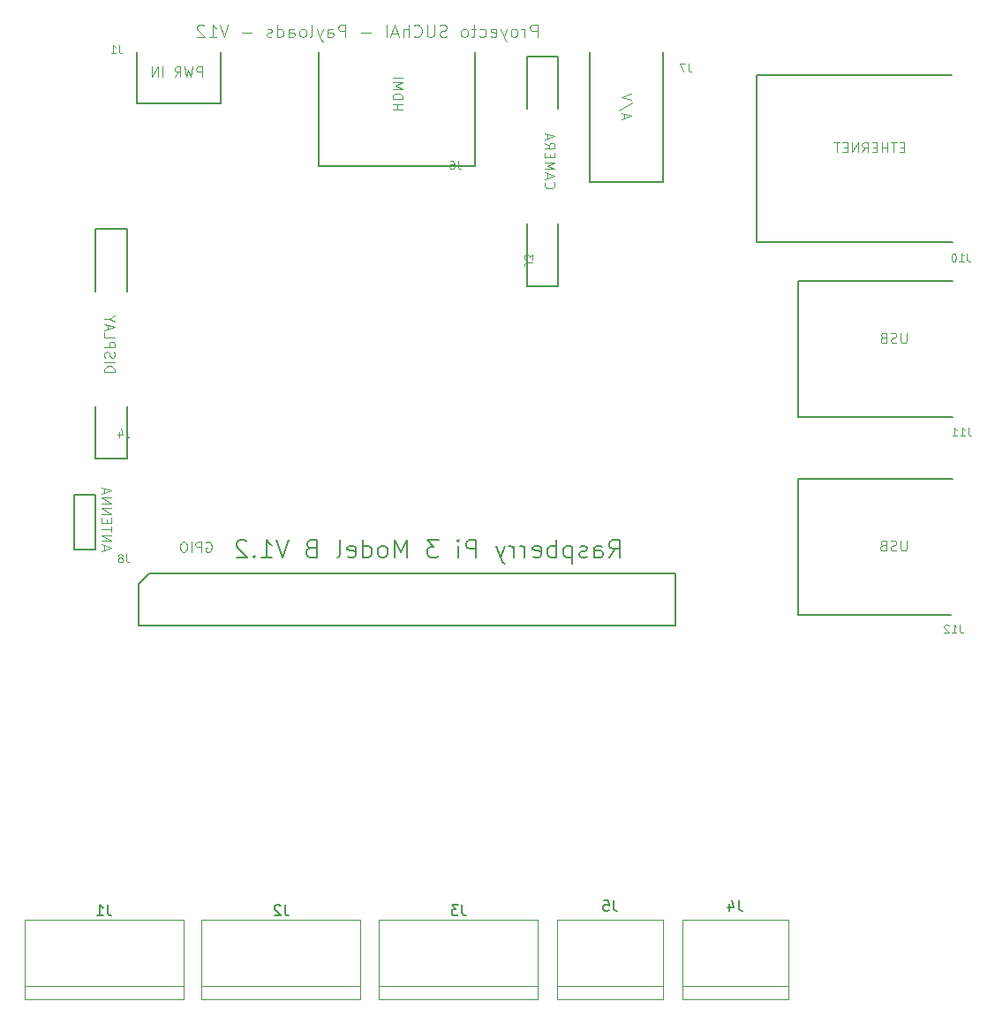
<source format=gbo>
G04 #@! TF.GenerationSoftware,KiCad,Pcbnew,no-vcs-found-0ee38bc~61~ubuntu17.04.1*
G04 #@! TF.CreationDate,2018-06-07T10:33:44-04:00*
G04 #@! TF.ProjectId,Balloon_bus,42616C6C6F6F6E5F6275732E6B696361,rev?*
G04 #@! TF.SameCoordinates,Original*
G04 #@! TF.FileFunction,Legend,Bot*
G04 #@! TF.FilePolarity,Positive*
%FSLAX46Y46*%
G04 Gerber Fmt 4.6, Leading zero omitted, Abs format (unit mm)*
G04 Created by KiCad (PCBNEW no-vcs-found-0ee38bc~61~ubuntu17.04.1) date Thu Jun  7 10:33:44 2018*
%MOMM*%
%LPD*%
G01*
G04 APERTURE LIST*
%ADD10C,0.101600*%
%ADD11C,0.120000*%
%ADD12C,0.127000*%
%ADD13C,0.150000*%
%ADD14C,0.081280*%
%ADD15C,0.142240*%
%ADD16C,0.065024*%
G04 APERTURE END LIST*
D10*
X161990798Y-57143347D02*
X161990798Y-55936847D01*
X161531179Y-55936847D01*
X161416274Y-55994300D01*
X161358821Y-56051752D01*
X161301369Y-56166657D01*
X161301369Y-56339014D01*
X161358821Y-56453919D01*
X161416274Y-56511371D01*
X161531179Y-56568823D01*
X161990798Y-56568823D01*
X160784298Y-57143347D02*
X160784298Y-56339014D01*
X160784298Y-56568823D02*
X160726845Y-56453919D01*
X160669393Y-56396466D01*
X160554488Y-56339014D01*
X160439583Y-56339014D01*
X159865060Y-57143347D02*
X159979964Y-57085895D01*
X160037417Y-57028442D01*
X160094869Y-56913538D01*
X160094869Y-56568823D01*
X160037417Y-56453919D01*
X159979964Y-56396466D01*
X159865060Y-56339014D01*
X159692702Y-56339014D01*
X159577798Y-56396466D01*
X159520345Y-56453919D01*
X159462893Y-56568823D01*
X159462893Y-56913538D01*
X159520345Y-57028442D01*
X159577798Y-57085895D01*
X159692702Y-57143347D01*
X159865060Y-57143347D01*
X159060726Y-56339014D02*
X158773464Y-57143347D01*
X158486202Y-56339014D02*
X158773464Y-57143347D01*
X158888369Y-57430609D01*
X158945821Y-57488061D01*
X159060726Y-57545514D01*
X157566964Y-57085895D02*
X157681869Y-57143347D01*
X157911679Y-57143347D01*
X158026583Y-57085895D01*
X158084036Y-56970990D01*
X158084036Y-56511371D01*
X158026583Y-56396466D01*
X157911679Y-56339014D01*
X157681869Y-56339014D01*
X157566964Y-56396466D01*
X157509512Y-56511371D01*
X157509512Y-56626276D01*
X158084036Y-56741180D01*
X156475369Y-57085895D02*
X156590274Y-57143347D01*
X156820083Y-57143347D01*
X156934988Y-57085895D01*
X156992440Y-57028442D01*
X157049893Y-56913538D01*
X157049893Y-56568823D01*
X156992440Y-56453919D01*
X156934988Y-56396466D01*
X156820083Y-56339014D01*
X156590274Y-56339014D01*
X156475369Y-56396466D01*
X156130655Y-56339014D02*
X155671036Y-56339014D01*
X155958298Y-55936847D02*
X155958298Y-56970990D01*
X155900845Y-57085895D01*
X155785940Y-57143347D01*
X155671036Y-57143347D01*
X155096512Y-57143347D02*
X155211417Y-57085895D01*
X155268869Y-57028442D01*
X155326321Y-56913538D01*
X155326321Y-56568823D01*
X155268869Y-56453919D01*
X155211417Y-56396466D01*
X155096512Y-56339014D01*
X154924155Y-56339014D01*
X154809250Y-56396466D01*
X154751798Y-56453919D01*
X154694345Y-56568823D01*
X154694345Y-56913538D01*
X154751798Y-57028442D01*
X154809250Y-57085895D01*
X154924155Y-57143347D01*
X155096512Y-57143347D01*
X153315488Y-57085895D02*
X153143131Y-57143347D01*
X152855869Y-57143347D01*
X152740964Y-57085895D01*
X152683512Y-57028442D01*
X152626060Y-56913538D01*
X152626060Y-56798633D01*
X152683512Y-56683728D01*
X152740964Y-56626276D01*
X152855869Y-56568823D01*
X153085679Y-56511371D01*
X153200583Y-56453919D01*
X153258036Y-56396466D01*
X153315488Y-56281561D01*
X153315488Y-56166657D01*
X153258036Y-56051752D01*
X153200583Y-55994300D01*
X153085679Y-55936847D01*
X152798417Y-55936847D01*
X152626060Y-55994300D01*
X152108988Y-55936847D02*
X152108988Y-56913538D01*
X152051536Y-57028442D01*
X151994083Y-57085895D01*
X151879179Y-57143347D01*
X151649369Y-57143347D01*
X151534464Y-57085895D01*
X151477012Y-57028442D01*
X151419560Y-56913538D01*
X151419560Y-55936847D01*
X150155607Y-57028442D02*
X150213060Y-57085895D01*
X150385417Y-57143347D01*
X150500321Y-57143347D01*
X150672679Y-57085895D01*
X150787583Y-56970990D01*
X150845036Y-56856085D01*
X150902488Y-56626276D01*
X150902488Y-56453919D01*
X150845036Y-56224109D01*
X150787583Y-56109204D01*
X150672679Y-55994300D01*
X150500321Y-55936847D01*
X150385417Y-55936847D01*
X150213060Y-55994300D01*
X150155607Y-56051752D01*
X149638536Y-57143347D02*
X149638536Y-55936847D01*
X149121464Y-57143347D02*
X149121464Y-56511371D01*
X149178917Y-56396466D01*
X149293821Y-56339014D01*
X149466179Y-56339014D01*
X149581083Y-56396466D01*
X149638536Y-56453919D01*
X148604393Y-56798633D02*
X148029869Y-56798633D01*
X148719298Y-57143347D02*
X148317131Y-55936847D01*
X147914964Y-57143347D01*
X147512798Y-57143347D02*
X147512798Y-55936847D01*
X146019036Y-56683728D02*
X145099798Y-56683728D01*
X143606036Y-57143347D02*
X143606036Y-55936847D01*
X143146417Y-55936847D01*
X143031512Y-55994300D01*
X142974060Y-56051752D01*
X142916607Y-56166657D01*
X142916607Y-56339014D01*
X142974060Y-56453919D01*
X143031512Y-56511371D01*
X143146417Y-56568823D01*
X143606036Y-56568823D01*
X141882464Y-57143347D02*
X141882464Y-56511371D01*
X141939917Y-56396466D01*
X142054821Y-56339014D01*
X142284631Y-56339014D01*
X142399536Y-56396466D01*
X141882464Y-57085895D02*
X141997369Y-57143347D01*
X142284631Y-57143347D01*
X142399536Y-57085895D01*
X142456988Y-56970990D01*
X142456988Y-56856085D01*
X142399536Y-56741180D01*
X142284631Y-56683728D01*
X141997369Y-56683728D01*
X141882464Y-56626276D01*
X141422845Y-56339014D02*
X141135583Y-57143347D01*
X140848321Y-56339014D02*
X141135583Y-57143347D01*
X141250488Y-57430609D01*
X141307940Y-57488061D01*
X141422845Y-57545514D01*
X140216345Y-57143347D02*
X140331250Y-57085895D01*
X140388702Y-56970990D01*
X140388702Y-55936847D01*
X139584369Y-57143347D02*
X139699274Y-57085895D01*
X139756726Y-57028442D01*
X139814179Y-56913538D01*
X139814179Y-56568823D01*
X139756726Y-56453919D01*
X139699274Y-56396466D01*
X139584369Y-56339014D01*
X139412012Y-56339014D01*
X139297107Y-56396466D01*
X139239655Y-56453919D01*
X139182202Y-56568823D01*
X139182202Y-56913538D01*
X139239655Y-57028442D01*
X139297107Y-57085895D01*
X139412012Y-57143347D01*
X139584369Y-57143347D01*
X138148060Y-57143347D02*
X138148060Y-56511371D01*
X138205512Y-56396466D01*
X138320417Y-56339014D01*
X138550226Y-56339014D01*
X138665131Y-56396466D01*
X138148060Y-57085895D02*
X138262964Y-57143347D01*
X138550226Y-57143347D01*
X138665131Y-57085895D01*
X138722583Y-56970990D01*
X138722583Y-56856085D01*
X138665131Y-56741180D01*
X138550226Y-56683728D01*
X138262964Y-56683728D01*
X138148060Y-56626276D01*
X137056464Y-57143347D02*
X137056464Y-55936847D01*
X137056464Y-57085895D02*
X137171369Y-57143347D01*
X137401179Y-57143347D01*
X137516083Y-57085895D01*
X137573536Y-57028442D01*
X137630988Y-56913538D01*
X137630988Y-56568823D01*
X137573536Y-56453919D01*
X137516083Y-56396466D01*
X137401179Y-56339014D01*
X137171369Y-56339014D01*
X137056464Y-56396466D01*
X136539393Y-57085895D02*
X136424488Y-57143347D01*
X136194679Y-57143347D01*
X136079774Y-57085895D01*
X136022321Y-56970990D01*
X136022321Y-56913538D01*
X136079774Y-56798633D01*
X136194679Y-56741180D01*
X136367036Y-56741180D01*
X136481940Y-56683728D01*
X136539393Y-56568823D01*
X136539393Y-56511371D01*
X136481940Y-56396466D01*
X136367036Y-56339014D01*
X136194679Y-56339014D01*
X136079774Y-56396466D01*
X134586012Y-56683728D02*
X133666774Y-56683728D01*
X132345369Y-55936847D02*
X131943202Y-57143347D01*
X131541036Y-55936847D01*
X130506893Y-57143347D02*
X131196321Y-57143347D01*
X130851607Y-57143347D02*
X130851607Y-55936847D01*
X130966512Y-56109204D01*
X131081417Y-56224109D01*
X131196321Y-56281561D01*
X130047274Y-56051752D02*
X129989821Y-55994300D01*
X129874917Y-55936847D01*
X129587655Y-55936847D01*
X129472750Y-55994300D01*
X129415298Y-56051752D01*
X129357845Y-56166657D01*
X129357845Y-56281561D01*
X129415298Y-56453919D01*
X130104726Y-57143347D01*
X129357845Y-57143347D01*
D11*
X186040000Y-149310000D02*
X175880000Y-149310000D01*
X186040000Y-141690000D02*
X186040000Y-149310000D01*
X175880000Y-141690000D02*
X186040000Y-141690000D01*
X175880000Y-149310000D02*
X175880000Y-141690000D01*
X175880000Y-148040000D02*
X186040000Y-148040000D01*
D12*
X117617800Y-106250000D02*
X117617800Y-101000000D01*
X119617800Y-106250000D02*
X117617800Y-106250000D01*
X119617800Y-101000000D02*
X119617800Y-106250000D01*
X117617800Y-101000000D02*
X119617800Y-101000000D01*
X187017800Y-99500000D02*
X201817800Y-99500000D01*
X187017800Y-112500000D02*
X187017800Y-99500000D01*
X201617800Y-112500000D02*
X187017800Y-112500000D01*
X187017800Y-93500000D02*
X201817800Y-93500000D01*
X187017800Y-80500000D02*
X187017800Y-93500000D01*
X201817800Y-80500000D02*
X187017800Y-80500000D01*
X183017800Y-76800000D02*
X201817800Y-76800000D01*
X183017800Y-60800000D02*
X183017800Y-76800000D01*
X201717800Y-60800000D02*
X183017800Y-60800000D01*
X174017800Y-71000000D02*
X174017800Y-58600000D01*
X167017800Y-71000000D02*
X174017800Y-71000000D01*
X167017800Y-58600000D02*
X167017800Y-71000000D01*
X161017800Y-81000000D02*
X161017800Y-75000000D01*
X164017800Y-81000000D02*
X161017800Y-81000000D01*
X164017800Y-75000000D02*
X164017800Y-81000000D01*
X161017800Y-59000000D02*
X161017800Y-64000000D01*
X164017800Y-59000000D02*
X161017800Y-59000000D01*
X164017800Y-64000000D02*
X164017800Y-59000000D01*
X156017800Y-69500000D02*
X156017800Y-58600000D01*
X141017800Y-69500000D02*
X156017800Y-69500000D01*
X141017800Y-58600000D02*
X141017800Y-69500000D01*
X131617800Y-63500000D02*
X131617800Y-58600000D01*
X123617800Y-63500000D02*
X131617800Y-63500000D01*
X123617800Y-58600000D02*
X123617800Y-63500000D01*
X122617800Y-75500000D02*
X122617800Y-81500000D01*
X119617800Y-75500000D02*
X122617800Y-75500000D01*
X119617800Y-81500000D02*
X119617800Y-75500000D01*
X122617800Y-97500000D02*
X122617800Y-92500000D01*
X119617800Y-97500000D02*
X122617800Y-97500000D01*
X119617800Y-92500000D02*
X119617800Y-97500000D01*
X175256800Y-108501800D02*
X175256800Y-113501800D01*
X124756800Y-108501800D02*
X175256800Y-108501800D01*
X123756800Y-109501800D02*
X124756800Y-108501800D01*
X123756800Y-113501800D02*
X123756800Y-109501800D01*
X175256800Y-113501800D02*
X123756800Y-113501800D01*
D11*
X128040000Y-149310000D02*
X128040000Y-141690000D01*
X112800000Y-149310000D02*
X112800000Y-141690000D01*
X128040000Y-148040000D02*
X112800000Y-148040000D01*
X128040000Y-141690000D02*
X112800000Y-141690000D01*
X128040000Y-149310000D02*
X112800000Y-149310000D01*
X145040000Y-149310000D02*
X129800000Y-149310000D01*
X145040000Y-141690000D02*
X129800000Y-141690000D01*
X145040000Y-148040000D02*
X129800000Y-148040000D01*
X129800000Y-149310000D02*
X129800000Y-141690000D01*
X145040000Y-149310000D02*
X145040000Y-141690000D01*
X162040000Y-149310000D02*
X162040000Y-141690000D01*
X146800000Y-149310000D02*
X146800000Y-141690000D01*
X162040000Y-148040000D02*
X146800000Y-148040000D01*
X162040000Y-141690000D02*
X146800000Y-141690000D01*
X162040000Y-149310000D02*
X146800000Y-149310000D01*
X174040000Y-149310000D02*
X163880000Y-149310000D01*
X174040000Y-141690000D02*
X174040000Y-149310000D01*
X163880000Y-141690000D02*
X174040000Y-141690000D01*
X163880000Y-149310000D02*
X163880000Y-141690000D01*
X163880000Y-148040000D02*
X174040000Y-148040000D01*
D13*
X181293333Y-139872380D02*
X181293333Y-140586666D01*
X181340952Y-140729523D01*
X181436190Y-140824761D01*
X181579047Y-140872380D01*
X181674285Y-140872380D01*
X180388571Y-140205714D02*
X180388571Y-140872380D01*
X180626666Y-139824761D02*
X180864761Y-140539047D01*
X180245714Y-140539047D01*
D14*
X120451033Y-106307420D02*
X120451033Y-105847801D01*
X120175261Y-106399344D02*
X121140461Y-106077610D01*
X120175261Y-105755877D01*
X120175261Y-105434144D02*
X121140461Y-105434144D01*
X120175261Y-104882601D01*
X121140461Y-104882601D01*
X121140461Y-104560868D02*
X121140461Y-104009325D01*
X120175261Y-104285096D02*
X121140461Y-104285096D01*
X120680842Y-103687591D02*
X120680842Y-103365858D01*
X120175261Y-103227972D02*
X120175261Y-103687591D01*
X121140461Y-103687591D01*
X121140461Y-103227972D01*
X120175261Y-102814315D02*
X121140461Y-102814315D01*
X120175261Y-102262772D01*
X121140461Y-102262772D01*
X120175261Y-101803153D02*
X121140461Y-101803153D01*
X120175261Y-101251610D01*
X121140461Y-101251610D01*
X120451033Y-100837953D02*
X120451033Y-100378334D01*
X120175261Y-100929877D02*
X121140461Y-100608144D01*
X120175261Y-100286410D01*
D15*
X168923377Y-106997066D02*
X169486410Y-106192733D01*
X169888577Y-106997066D02*
X169888577Y-105307966D01*
X169245110Y-105307966D01*
X169084244Y-105388400D01*
X169003810Y-105468833D01*
X168923377Y-105629700D01*
X168923377Y-105871000D01*
X169003810Y-106031866D01*
X169084244Y-106112300D01*
X169245110Y-106192733D01*
X169888577Y-106192733D01*
X167475577Y-106997066D02*
X167475577Y-106112300D01*
X167556010Y-105951433D01*
X167716877Y-105871000D01*
X168038610Y-105871000D01*
X168199477Y-105951433D01*
X167475577Y-106916633D02*
X167636444Y-106997066D01*
X168038610Y-106997066D01*
X168199477Y-106916633D01*
X168279910Y-106755766D01*
X168279910Y-106594900D01*
X168199477Y-106434033D01*
X168038610Y-106353600D01*
X167636444Y-106353600D01*
X167475577Y-106273166D01*
X166751677Y-106916633D02*
X166590810Y-106997066D01*
X166269077Y-106997066D01*
X166108210Y-106916633D01*
X166027777Y-106755766D01*
X166027777Y-106675333D01*
X166108210Y-106514466D01*
X166269077Y-106434033D01*
X166510377Y-106434033D01*
X166671244Y-106353600D01*
X166751677Y-106192733D01*
X166751677Y-106112300D01*
X166671244Y-105951433D01*
X166510377Y-105871000D01*
X166269077Y-105871000D01*
X166108210Y-105951433D01*
X165303877Y-105871000D02*
X165303877Y-107560100D01*
X165303877Y-105951433D02*
X165143010Y-105871000D01*
X164821277Y-105871000D01*
X164660410Y-105951433D01*
X164579977Y-106031866D01*
X164499544Y-106192733D01*
X164499544Y-106675333D01*
X164579977Y-106836200D01*
X164660410Y-106916633D01*
X164821277Y-106997066D01*
X165143010Y-106997066D01*
X165303877Y-106916633D01*
X163775644Y-106997066D02*
X163775644Y-105307966D01*
X163775644Y-105951433D02*
X163614777Y-105871000D01*
X163293044Y-105871000D01*
X163132177Y-105951433D01*
X163051744Y-106031866D01*
X162971310Y-106192733D01*
X162971310Y-106675333D01*
X163051744Y-106836200D01*
X163132177Y-106916633D01*
X163293044Y-106997066D01*
X163614777Y-106997066D01*
X163775644Y-106916633D01*
X161603944Y-106916633D02*
X161764810Y-106997066D01*
X162086544Y-106997066D01*
X162247410Y-106916633D01*
X162327844Y-106755766D01*
X162327844Y-106112300D01*
X162247410Y-105951433D01*
X162086544Y-105871000D01*
X161764810Y-105871000D01*
X161603944Y-105951433D01*
X161523510Y-106112300D01*
X161523510Y-106273166D01*
X162327844Y-106434033D01*
X160799610Y-106997066D02*
X160799610Y-105871000D01*
X160799610Y-106192733D02*
X160719177Y-106031866D01*
X160638744Y-105951433D01*
X160477877Y-105871000D01*
X160317010Y-105871000D01*
X159753977Y-106997066D02*
X159753977Y-105871000D01*
X159753977Y-106192733D02*
X159673544Y-106031866D01*
X159593110Y-105951433D01*
X159432244Y-105871000D01*
X159271377Y-105871000D01*
X158869210Y-105871000D02*
X158467044Y-106997066D01*
X158064877Y-105871000D02*
X158467044Y-106997066D01*
X158627910Y-107399233D01*
X158708344Y-107479666D01*
X158869210Y-107560100D01*
X156134477Y-106997066D02*
X156134477Y-105307966D01*
X155491010Y-105307966D01*
X155330144Y-105388400D01*
X155249710Y-105468833D01*
X155169277Y-105629700D01*
X155169277Y-105871000D01*
X155249710Y-106031866D01*
X155330144Y-106112300D01*
X155491010Y-106192733D01*
X156134477Y-106192733D01*
X154445377Y-106997066D02*
X154445377Y-105871000D01*
X154445377Y-105307966D02*
X154525810Y-105388400D01*
X154445377Y-105468833D01*
X154364944Y-105388400D01*
X154445377Y-105307966D01*
X154445377Y-105468833D01*
X152514977Y-105307966D02*
X151469344Y-105307966D01*
X152032377Y-105951433D01*
X151791077Y-105951433D01*
X151630210Y-106031866D01*
X151549777Y-106112300D01*
X151469344Y-106273166D01*
X151469344Y-106675333D01*
X151549777Y-106836200D01*
X151630210Y-106916633D01*
X151791077Y-106997066D01*
X152273677Y-106997066D01*
X152434544Y-106916633D01*
X152514977Y-106836200D01*
X149458510Y-106997066D02*
X149458510Y-105307966D01*
X148895477Y-106514466D01*
X148332444Y-105307966D01*
X148332444Y-106997066D01*
X147286810Y-106997066D02*
X147447677Y-106916633D01*
X147528110Y-106836200D01*
X147608544Y-106675333D01*
X147608544Y-106192733D01*
X147528110Y-106031866D01*
X147447677Y-105951433D01*
X147286810Y-105871000D01*
X147045510Y-105871000D01*
X146884644Y-105951433D01*
X146804210Y-106031866D01*
X146723777Y-106192733D01*
X146723777Y-106675333D01*
X146804210Y-106836200D01*
X146884644Y-106916633D01*
X147045510Y-106997066D01*
X147286810Y-106997066D01*
X145275977Y-106997066D02*
X145275977Y-105307966D01*
X145275977Y-106916633D02*
X145436844Y-106997066D01*
X145758577Y-106997066D01*
X145919444Y-106916633D01*
X145999877Y-106836200D01*
X146080310Y-106675333D01*
X146080310Y-106192733D01*
X145999877Y-106031866D01*
X145919444Y-105951433D01*
X145758577Y-105871000D01*
X145436844Y-105871000D01*
X145275977Y-105951433D01*
X143828177Y-106916633D02*
X143989044Y-106997066D01*
X144310777Y-106997066D01*
X144471644Y-106916633D01*
X144552077Y-106755766D01*
X144552077Y-106112300D01*
X144471644Y-105951433D01*
X144310777Y-105871000D01*
X143989044Y-105871000D01*
X143828177Y-105951433D01*
X143747744Y-106112300D01*
X143747744Y-106273166D01*
X144552077Y-106434033D01*
X142782544Y-106997066D02*
X142943410Y-106916633D01*
X143023844Y-106755766D01*
X143023844Y-105307966D01*
X140289110Y-106112300D02*
X140047810Y-106192733D01*
X139967377Y-106273166D01*
X139886944Y-106434033D01*
X139886944Y-106675333D01*
X139967377Y-106836200D01*
X140047810Y-106916633D01*
X140208677Y-106997066D01*
X140852144Y-106997066D01*
X140852144Y-105307966D01*
X140289110Y-105307966D01*
X140128244Y-105388400D01*
X140047810Y-105468833D01*
X139967377Y-105629700D01*
X139967377Y-105790566D01*
X140047810Y-105951433D01*
X140128244Y-106031866D01*
X140289110Y-106112300D01*
X140852144Y-106112300D01*
X138117410Y-105307966D02*
X137554377Y-106997066D01*
X136991344Y-105307966D01*
X135543544Y-106997066D02*
X136508744Y-106997066D01*
X136026144Y-106997066D02*
X136026144Y-105307966D01*
X136187010Y-105549266D01*
X136347877Y-105710133D01*
X136508744Y-105790566D01*
X134819644Y-106836200D02*
X134739210Y-106916633D01*
X134819644Y-106997066D01*
X134900077Y-106916633D01*
X134819644Y-106836200D01*
X134819644Y-106997066D01*
X134095744Y-105468833D02*
X134015310Y-105388400D01*
X133854444Y-105307966D01*
X133452277Y-105307966D01*
X133291410Y-105388400D01*
X133210977Y-105468833D01*
X133130544Y-105629700D01*
X133130544Y-105790566D01*
X133210977Y-106031866D01*
X134176177Y-106997066D01*
X133130544Y-106997066D01*
D16*
X122571069Y-94691070D02*
X122571069Y-95242613D01*
X122607839Y-95352921D01*
X122681378Y-95426460D01*
X122791686Y-95463230D01*
X122865225Y-95463230D01*
X121872448Y-94948457D02*
X121872448Y-95463230D01*
X122056296Y-94654300D02*
X122240143Y-95205843D01*
X121762140Y-95205843D01*
D14*
X197392858Y-105367838D02*
X197392858Y-106149190D01*
X197346896Y-106241114D01*
X197300934Y-106287076D01*
X197209010Y-106333038D01*
X197025163Y-106333038D01*
X196933239Y-106287076D01*
X196887277Y-106241114D01*
X196841315Y-106149190D01*
X196841315Y-105367838D01*
X196427658Y-106287076D02*
X196289772Y-106333038D01*
X196059963Y-106333038D01*
X195968039Y-106287076D01*
X195922077Y-106241114D01*
X195876115Y-106149190D01*
X195876115Y-106057266D01*
X195922077Y-105965342D01*
X195968039Y-105919380D01*
X196059963Y-105873419D01*
X196243810Y-105827457D01*
X196335734Y-105781495D01*
X196381696Y-105735533D01*
X196427658Y-105643609D01*
X196427658Y-105551685D01*
X196381696Y-105459761D01*
X196335734Y-105413800D01*
X196243810Y-105367838D01*
X196014001Y-105367838D01*
X195876115Y-105413800D01*
X195140725Y-105827457D02*
X195002839Y-105873419D01*
X194956877Y-105919380D01*
X194910915Y-106011304D01*
X194910915Y-106149190D01*
X194956877Y-106241114D01*
X195002839Y-106287076D01*
X195094763Y-106333038D01*
X195462458Y-106333038D01*
X195462458Y-105367838D01*
X195140725Y-105367838D01*
X195048801Y-105413800D01*
X195002839Y-105459761D01*
X194956877Y-105551685D01*
X194956877Y-105643609D01*
X195002839Y-105735533D01*
X195048801Y-105781495D01*
X195140725Y-105827457D01*
X195462458Y-105827457D01*
X197409622Y-85479638D02*
X197409622Y-86260990D01*
X197363660Y-86352914D01*
X197317698Y-86398876D01*
X197225774Y-86444838D01*
X197041927Y-86444838D01*
X196950003Y-86398876D01*
X196904041Y-86352914D01*
X196858079Y-86260990D01*
X196858079Y-85479638D01*
X196444422Y-86398876D02*
X196306536Y-86444838D01*
X196076727Y-86444838D01*
X195984803Y-86398876D01*
X195938841Y-86352914D01*
X195892879Y-86260990D01*
X195892879Y-86169066D01*
X195938841Y-86077142D01*
X195984803Y-86031180D01*
X196076727Y-85985219D01*
X196260574Y-85939257D01*
X196352498Y-85893295D01*
X196398460Y-85847333D01*
X196444422Y-85755409D01*
X196444422Y-85663485D01*
X196398460Y-85571561D01*
X196352498Y-85525600D01*
X196260574Y-85479638D01*
X196030765Y-85479638D01*
X195892879Y-85525600D01*
X195157489Y-85939257D02*
X195019603Y-85985219D01*
X194973641Y-86031180D01*
X194927679Y-86123104D01*
X194927679Y-86260990D01*
X194973641Y-86352914D01*
X195019603Y-86398876D01*
X195111527Y-86444838D01*
X195479222Y-86444838D01*
X195479222Y-85479638D01*
X195157489Y-85479638D01*
X195065565Y-85525600D01*
X195019603Y-85571561D01*
X194973641Y-85663485D01*
X194973641Y-85755409D01*
X195019603Y-85847333D01*
X195065565Y-85893295D01*
X195157489Y-85939257D01*
X195479222Y-85939257D01*
X197185255Y-67676657D02*
X196863522Y-67676657D01*
X196725636Y-68182238D02*
X197185255Y-68182238D01*
X197185255Y-67217038D01*
X196725636Y-67217038D01*
X196449865Y-67217038D02*
X195898322Y-67217038D01*
X196174093Y-68182238D02*
X196174093Y-67217038D01*
X195576589Y-68182238D02*
X195576589Y-67217038D01*
X195576589Y-67676657D02*
X195025046Y-67676657D01*
X195025046Y-68182238D02*
X195025046Y-67217038D01*
X194565427Y-67676657D02*
X194243693Y-67676657D01*
X194105808Y-68182238D02*
X194565427Y-68182238D01*
X194565427Y-67217038D01*
X194105808Y-67217038D01*
X193140608Y-68182238D02*
X193462341Y-67722619D01*
X193692151Y-68182238D02*
X193692151Y-67217038D01*
X193324455Y-67217038D01*
X193232532Y-67263000D01*
X193186570Y-67308961D01*
X193140608Y-67400885D01*
X193140608Y-67538771D01*
X193186570Y-67630695D01*
X193232532Y-67676657D01*
X193324455Y-67722619D01*
X193692151Y-67722619D01*
X192726951Y-68182238D02*
X192726951Y-67217038D01*
X192175408Y-68182238D01*
X192175408Y-67217038D01*
X191715789Y-67676657D02*
X191394055Y-67676657D01*
X191256170Y-68182238D02*
X191715789Y-68182238D01*
X191715789Y-67217038D01*
X191256170Y-67217038D01*
X190980398Y-67217038D02*
X190428855Y-67217038D01*
X190704627Y-68182238D02*
X190704627Y-67217038D01*
X170336633Y-64930820D02*
X170336633Y-64471201D01*
X170060861Y-65022744D02*
X171026061Y-64701010D01*
X170060861Y-64379277D01*
X171072023Y-63368115D02*
X169831052Y-64195429D01*
X171026061Y-63184268D02*
X170060861Y-62862534D01*
X171026061Y-62540801D01*
X162786785Y-71026215D02*
X162740823Y-71072177D01*
X162694861Y-71210063D01*
X162694861Y-71301987D01*
X162740823Y-71439872D01*
X162832747Y-71531796D01*
X162924671Y-71577758D01*
X163108519Y-71623720D01*
X163246404Y-71623720D01*
X163430252Y-71577758D01*
X163522176Y-71531796D01*
X163614100Y-71439872D01*
X163660061Y-71301987D01*
X163660061Y-71210063D01*
X163614100Y-71072177D01*
X163568138Y-71026215D01*
X162970633Y-70658520D02*
X162970633Y-70198901D01*
X162694861Y-70750444D02*
X163660061Y-70428710D01*
X162694861Y-70106977D01*
X162694861Y-69785244D02*
X163660061Y-69785244D01*
X162970633Y-69463510D01*
X163660061Y-69141777D01*
X162694861Y-69141777D01*
X163200442Y-68682158D02*
X163200442Y-68360425D01*
X162694861Y-68222539D02*
X162694861Y-68682158D01*
X163660061Y-68682158D01*
X163660061Y-68222539D01*
X162694861Y-67257339D02*
X163154480Y-67579072D01*
X162694861Y-67808882D02*
X163660061Y-67808882D01*
X163660061Y-67441187D01*
X163614100Y-67349263D01*
X163568138Y-67303301D01*
X163476214Y-67257339D01*
X163338328Y-67257339D01*
X163246404Y-67303301D01*
X163200442Y-67349263D01*
X163154480Y-67441187D01*
X163154480Y-67808882D01*
X162970633Y-66889644D02*
X162970633Y-66430025D01*
X162694861Y-66981568D02*
X163660061Y-66659834D01*
X162694861Y-66338101D01*
X148102561Y-64084758D02*
X149067761Y-64084758D01*
X148608142Y-64084758D02*
X148608142Y-63533215D01*
X148102561Y-63533215D02*
X149067761Y-63533215D01*
X148102561Y-63073596D02*
X149067761Y-63073596D01*
X149067761Y-62843787D01*
X149021800Y-62705901D01*
X148929876Y-62613977D01*
X148837952Y-62568015D01*
X148654104Y-62522053D01*
X148516219Y-62522053D01*
X148332371Y-62568015D01*
X148240447Y-62613977D01*
X148148523Y-62705901D01*
X148102561Y-62843787D01*
X148102561Y-63073596D01*
X148102561Y-62108396D02*
X149067761Y-62108396D01*
X148378333Y-61786663D01*
X149067761Y-61464929D01*
X148102561Y-61464929D01*
X148102561Y-61005310D02*
X149067761Y-61005310D01*
X129828858Y-60930538D02*
X129828858Y-59965338D01*
X129461163Y-59965338D01*
X129369239Y-60011300D01*
X129323277Y-60057261D01*
X129277315Y-60149185D01*
X129277315Y-60287071D01*
X129323277Y-60378995D01*
X129369239Y-60424957D01*
X129461163Y-60470919D01*
X129828858Y-60470919D01*
X128955582Y-59965338D02*
X128725772Y-60930538D01*
X128541925Y-60241109D01*
X128358077Y-60930538D01*
X128128268Y-59965338D01*
X127209029Y-60930538D02*
X127530763Y-60470919D01*
X127760572Y-60930538D02*
X127760572Y-59965338D01*
X127392877Y-59965338D01*
X127300953Y-60011300D01*
X127254991Y-60057261D01*
X127209029Y-60149185D01*
X127209029Y-60287071D01*
X127254991Y-60378995D01*
X127300953Y-60424957D01*
X127392877Y-60470919D01*
X127760572Y-60470919D01*
X126059982Y-60930538D02*
X126059982Y-59965338D01*
X125600363Y-60930538D02*
X125600363Y-59965338D01*
X125048820Y-60930538D01*
X125048820Y-59965338D01*
X120492761Y-89218058D02*
X121457961Y-89218058D01*
X121457961Y-88988248D01*
X121412000Y-88850363D01*
X121320076Y-88758439D01*
X121228152Y-88712477D01*
X121044304Y-88666515D01*
X120906419Y-88666515D01*
X120722571Y-88712477D01*
X120630647Y-88758439D01*
X120538723Y-88850363D01*
X120492761Y-88988248D01*
X120492761Y-89218058D01*
X120492761Y-88252858D02*
X121457961Y-88252858D01*
X120538723Y-87839201D02*
X120492761Y-87701315D01*
X120492761Y-87471506D01*
X120538723Y-87379582D01*
X120584685Y-87333620D01*
X120676609Y-87287658D01*
X120768533Y-87287658D01*
X120860457Y-87333620D01*
X120906419Y-87379582D01*
X120952380Y-87471506D01*
X120998342Y-87655353D01*
X121044304Y-87747277D01*
X121090266Y-87793239D01*
X121182190Y-87839201D01*
X121274114Y-87839201D01*
X121366038Y-87793239D01*
X121412000Y-87747277D01*
X121457961Y-87655353D01*
X121457961Y-87425544D01*
X121412000Y-87287658D01*
X120492761Y-86874001D02*
X121457961Y-86874001D01*
X121457961Y-86506306D01*
X121412000Y-86414382D01*
X121366038Y-86368420D01*
X121274114Y-86322458D01*
X121136228Y-86322458D01*
X121044304Y-86368420D01*
X120998342Y-86414382D01*
X120952380Y-86506306D01*
X120952380Y-86874001D01*
X120492761Y-85449182D02*
X120492761Y-85908801D01*
X121457961Y-85908801D01*
X120768533Y-85173410D02*
X120768533Y-84713791D01*
X120492761Y-85265334D02*
X121457961Y-84943601D01*
X120492761Y-84621868D01*
X120952380Y-84116287D02*
X120492761Y-84116287D01*
X121457961Y-84438020D02*
X120952380Y-84116287D01*
X121457961Y-83794553D01*
X130229577Y-105534800D02*
X130321501Y-105488838D01*
X130459387Y-105488838D01*
X130597272Y-105534800D01*
X130689196Y-105626723D01*
X130735158Y-105718647D01*
X130781120Y-105902495D01*
X130781120Y-106040380D01*
X130735158Y-106224228D01*
X130689196Y-106316152D01*
X130597272Y-106408076D01*
X130459387Y-106454038D01*
X130367463Y-106454038D01*
X130229577Y-106408076D01*
X130183615Y-106362114D01*
X130183615Y-106040380D01*
X130367463Y-106040380D01*
X129769958Y-106454038D02*
X129769958Y-105488838D01*
X129402263Y-105488838D01*
X129310339Y-105534800D01*
X129264377Y-105580761D01*
X129218415Y-105672685D01*
X129218415Y-105810571D01*
X129264377Y-105902495D01*
X129310339Y-105948457D01*
X129402263Y-105994419D01*
X129769958Y-105994419D01*
X128804758Y-106454038D02*
X128804758Y-105488838D01*
X128161291Y-105488838D02*
X127977444Y-105488838D01*
X127885520Y-105534800D01*
X127793596Y-105626723D01*
X127747634Y-105810571D01*
X127747634Y-106132304D01*
X127793596Y-106316152D01*
X127885520Y-106408076D01*
X127977444Y-106454038D01*
X128161291Y-106454038D01*
X128253215Y-106408076D01*
X128345139Y-106316152D01*
X128391101Y-106132304D01*
X128391101Y-105810571D01*
X128345139Y-105626723D01*
X128253215Y-105534800D01*
X128161291Y-105488838D01*
D16*
X202514694Y-113463230D02*
X202514694Y-114014773D01*
X202551463Y-114125081D01*
X202625002Y-114198620D01*
X202735311Y-114235390D01*
X202808850Y-114235390D01*
X201742534Y-114235390D02*
X202183768Y-114235390D01*
X201963151Y-114235390D02*
X201963151Y-113463230D01*
X202036690Y-113573539D01*
X202110229Y-113647078D01*
X202183768Y-113683847D01*
X201448377Y-113536769D02*
X201411608Y-113500000D01*
X201338069Y-113463230D01*
X201154221Y-113463230D01*
X201080682Y-113500000D01*
X201043913Y-113536769D01*
X201007143Y-113610308D01*
X201007143Y-113683847D01*
X201043913Y-113794156D01*
X201485147Y-114235390D01*
X201007143Y-114235390D01*
X203314694Y-94563230D02*
X203314694Y-95114773D01*
X203351463Y-95225081D01*
X203425002Y-95298620D01*
X203535311Y-95335390D01*
X203608850Y-95335390D01*
X202542534Y-95335390D02*
X202983768Y-95335390D01*
X202763151Y-95335390D02*
X202763151Y-94563230D01*
X202836690Y-94673539D01*
X202910229Y-94747078D01*
X202983768Y-94783847D01*
X201807143Y-95335390D02*
X202248377Y-95335390D01*
X202027760Y-95335390D02*
X202027760Y-94563230D01*
X202101299Y-94673539D01*
X202174838Y-94747078D01*
X202248377Y-94783847D01*
X203214694Y-77863230D02*
X203214694Y-78414773D01*
X203251463Y-78525081D01*
X203325002Y-78598620D01*
X203435311Y-78635390D01*
X203508850Y-78635390D01*
X202442534Y-78635390D02*
X202883768Y-78635390D01*
X202663151Y-78635390D02*
X202663151Y-77863230D01*
X202736690Y-77973539D01*
X202810229Y-78047078D01*
X202883768Y-78083847D01*
X201964530Y-77863230D02*
X201890991Y-77863230D01*
X201817452Y-77900000D01*
X201780682Y-77936769D01*
X201743913Y-78010308D01*
X201707143Y-78157386D01*
X201707143Y-78341234D01*
X201743913Y-78488312D01*
X201780682Y-78561851D01*
X201817452Y-78598620D01*
X201890991Y-78635390D01*
X201964530Y-78635390D01*
X202038069Y-78598620D01*
X202074838Y-78561851D01*
X202111608Y-78488312D01*
X202148377Y-78341234D01*
X202148377Y-78157386D01*
X202111608Y-78010308D01*
X202074838Y-77936769D01*
X202038069Y-77900000D01*
X201964530Y-77863230D01*
X176479303Y-59663230D02*
X176479303Y-60214773D01*
X176516073Y-60325081D01*
X176589612Y-60398620D01*
X176699920Y-60435390D01*
X176773459Y-60435390D01*
X176185147Y-59663230D02*
X175670374Y-59663230D01*
X176001299Y-60435390D01*
X161526729Y-78753269D02*
X160975186Y-78753269D01*
X160864878Y-78790039D01*
X160791339Y-78863578D01*
X160754569Y-78973886D01*
X160754569Y-79047425D01*
X161526729Y-78459113D02*
X161526729Y-77981109D01*
X161232573Y-78238496D01*
X161232573Y-78128187D01*
X161195803Y-78054648D01*
X161159034Y-78017879D01*
X161085495Y-77981109D01*
X160901647Y-77981109D01*
X160828108Y-78017879D01*
X160791339Y-78054648D01*
X160754569Y-78128187D01*
X160754569Y-78348804D01*
X160791339Y-78422343D01*
X160828108Y-78459113D01*
X154371069Y-68991070D02*
X154371069Y-69542613D01*
X154407839Y-69652921D01*
X154481378Y-69726460D01*
X154591686Y-69763230D01*
X154665225Y-69763230D01*
X153672448Y-68991070D02*
X153819526Y-68991070D01*
X153893065Y-69027840D01*
X153929835Y-69064609D01*
X154003374Y-69174918D01*
X154040143Y-69321996D01*
X154040143Y-69616152D01*
X154003374Y-69689691D01*
X153966604Y-69726460D01*
X153893065Y-69763230D01*
X153745987Y-69763230D01*
X153672448Y-69726460D01*
X153635679Y-69689691D01*
X153598909Y-69616152D01*
X153598909Y-69432304D01*
X153635679Y-69358765D01*
X153672448Y-69321996D01*
X153745987Y-69285226D01*
X153893065Y-69285226D01*
X153966604Y-69321996D01*
X154003374Y-69358765D01*
X154040143Y-69432304D01*
X121871069Y-57891070D02*
X121871069Y-58442613D01*
X121907839Y-58552921D01*
X121981378Y-58626460D01*
X122091686Y-58663230D01*
X122165225Y-58663230D01*
X121098909Y-58663230D02*
X121540143Y-58663230D01*
X121319526Y-58663230D02*
X121319526Y-57891070D01*
X121393065Y-58001379D01*
X121466604Y-58074918D01*
X121540143Y-58111687D01*
X122571069Y-106691070D02*
X122571069Y-107242613D01*
X122607839Y-107352921D01*
X122681378Y-107426460D01*
X122791686Y-107463230D01*
X122865225Y-107463230D01*
X122093065Y-107021996D02*
X122166604Y-106985226D01*
X122203374Y-106948457D01*
X122240143Y-106874918D01*
X122240143Y-106838148D01*
X122203374Y-106764609D01*
X122166604Y-106727840D01*
X122093065Y-106691070D01*
X121945987Y-106691070D01*
X121872448Y-106727840D01*
X121835679Y-106764609D01*
X121798909Y-106838148D01*
X121798909Y-106874918D01*
X121835679Y-106948457D01*
X121872448Y-106985226D01*
X121945987Y-107021996D01*
X122093065Y-107021996D01*
X122166604Y-107058765D01*
X122203374Y-107095535D01*
X122240143Y-107169074D01*
X122240143Y-107316152D01*
X122203374Y-107389691D01*
X122166604Y-107426460D01*
X122093065Y-107463230D01*
X121945987Y-107463230D01*
X121872448Y-107426460D01*
X121835679Y-107389691D01*
X121798909Y-107316152D01*
X121798909Y-107169074D01*
X121835679Y-107095535D01*
X121872448Y-107058765D01*
X121945987Y-107021996D01*
D13*
X120783333Y-140302380D02*
X120783333Y-141016666D01*
X120830952Y-141159523D01*
X120926190Y-141254761D01*
X121069047Y-141302380D01*
X121164285Y-141302380D01*
X119783333Y-141302380D02*
X120354761Y-141302380D01*
X120069047Y-141302380D02*
X120069047Y-140302380D01*
X120164285Y-140445238D01*
X120259523Y-140540476D01*
X120354761Y-140588095D01*
X137783333Y-140302380D02*
X137783333Y-141016666D01*
X137830952Y-141159523D01*
X137926190Y-141254761D01*
X138069047Y-141302380D01*
X138164285Y-141302380D01*
X137354761Y-140397619D02*
X137307142Y-140350000D01*
X137211904Y-140302380D01*
X136973809Y-140302380D01*
X136878571Y-140350000D01*
X136830952Y-140397619D01*
X136783333Y-140492857D01*
X136783333Y-140588095D01*
X136830952Y-140730952D01*
X137402380Y-141302380D01*
X136783333Y-141302380D01*
X154783333Y-140302380D02*
X154783333Y-141016666D01*
X154830952Y-141159523D01*
X154926190Y-141254761D01*
X155069047Y-141302380D01*
X155164285Y-141302380D01*
X154402380Y-140302380D02*
X153783333Y-140302380D01*
X154116666Y-140683333D01*
X153973809Y-140683333D01*
X153878571Y-140730952D01*
X153830952Y-140778571D01*
X153783333Y-140873809D01*
X153783333Y-141111904D01*
X153830952Y-141207142D01*
X153878571Y-141254761D01*
X153973809Y-141302380D01*
X154259523Y-141302380D01*
X154354761Y-141254761D01*
X154402380Y-141207142D01*
X169293333Y-139872380D02*
X169293333Y-140586666D01*
X169340952Y-140729523D01*
X169436190Y-140824761D01*
X169579047Y-140872380D01*
X169674285Y-140872380D01*
X168340952Y-139872380D02*
X168817142Y-139872380D01*
X168864761Y-140348571D01*
X168817142Y-140300952D01*
X168721904Y-140253333D01*
X168483809Y-140253333D01*
X168388571Y-140300952D01*
X168340952Y-140348571D01*
X168293333Y-140443809D01*
X168293333Y-140681904D01*
X168340952Y-140777142D01*
X168388571Y-140824761D01*
X168483809Y-140872380D01*
X168721904Y-140872380D01*
X168817142Y-140824761D01*
X168864761Y-140777142D01*
M02*

</source>
